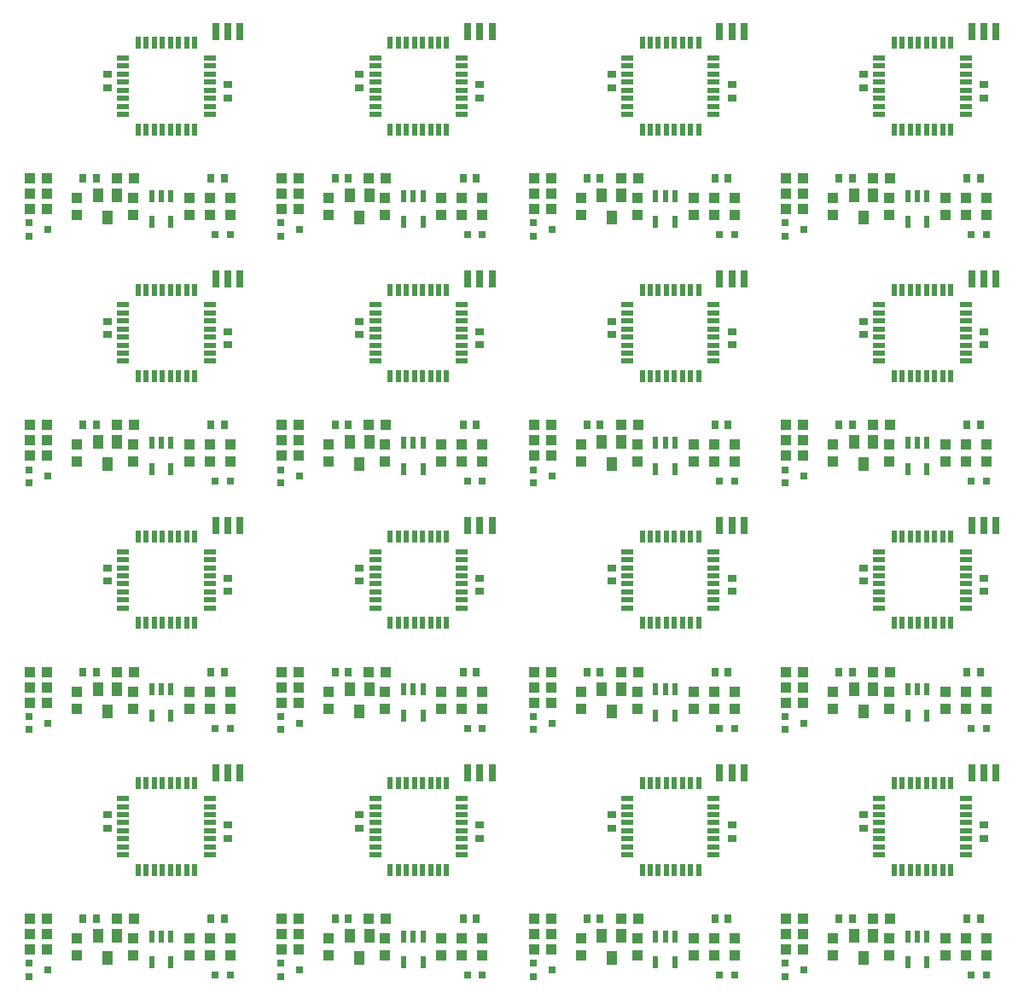
<source format=gtp>
G75*
%MOIN*%
%OFA0B0*%
%FSLAX25Y25*%
%IPPOS*%
%LPD*%
%AMOC8*
5,1,8,0,0,1.08239X$1,22.5*
%
%ADD10R,0.02756X0.03543*%
%ADD11R,0.04331X0.03937*%
%ADD12R,0.03543X0.02756*%
%ADD13R,0.02756X0.06693*%
%ADD14R,0.05000X0.02200*%
%ADD15R,0.02200X0.05000*%
%ADD16R,0.02756X0.02756*%
%ADD17R,0.03937X0.05512*%
%ADD18R,0.02165X0.04724*%
%ADD19R,0.03937X0.04331*%
%ADD20R,0.03150X0.03150*%
D10*
X0030378Y0030969D03*
X0035496Y0030969D03*
X0080378Y0030969D03*
X0085496Y0030969D03*
X0128803Y0030969D03*
X0133921Y0030969D03*
X0178803Y0030969D03*
X0183921Y0030969D03*
X0227228Y0030969D03*
X0232346Y0030969D03*
X0277228Y0030969D03*
X0282346Y0030969D03*
X0325654Y0030969D03*
X0330772Y0030969D03*
X0375654Y0030969D03*
X0380772Y0030969D03*
X0380772Y0127425D03*
X0375654Y0127425D03*
X0330772Y0127425D03*
X0325654Y0127425D03*
X0282346Y0127425D03*
X0277228Y0127425D03*
X0232346Y0127425D03*
X0227228Y0127425D03*
X0183921Y0127425D03*
X0178803Y0127425D03*
X0133921Y0127425D03*
X0128803Y0127425D03*
X0085496Y0127425D03*
X0080378Y0127425D03*
X0035496Y0127425D03*
X0030378Y0127425D03*
X0030378Y0223882D03*
X0035496Y0223882D03*
X0080378Y0223882D03*
X0085496Y0223882D03*
X0128803Y0223882D03*
X0133921Y0223882D03*
X0178803Y0223882D03*
X0183921Y0223882D03*
X0227228Y0223882D03*
X0232346Y0223882D03*
X0277228Y0223882D03*
X0282346Y0223882D03*
X0325654Y0223882D03*
X0330772Y0223882D03*
X0375654Y0223882D03*
X0380772Y0223882D03*
X0380772Y0320339D03*
X0375654Y0320339D03*
X0330772Y0320339D03*
X0325654Y0320339D03*
X0282346Y0320339D03*
X0277228Y0320339D03*
X0232346Y0320339D03*
X0227228Y0320339D03*
X0183921Y0320339D03*
X0178803Y0320339D03*
X0133921Y0320339D03*
X0128803Y0320339D03*
X0085496Y0320339D03*
X0080378Y0320339D03*
X0035496Y0320339D03*
X0030378Y0320339D03*
D11*
X0043591Y0320339D03*
X0050283Y0320339D03*
X0016283Y0320339D03*
X0016283Y0314339D03*
X0016283Y0308339D03*
X0009591Y0308339D03*
X0009591Y0314339D03*
X0009591Y0320339D03*
X0009591Y0223882D03*
X0009591Y0217882D03*
X0009591Y0211882D03*
X0016283Y0211882D03*
X0016283Y0217882D03*
X0016283Y0223882D03*
X0043591Y0223882D03*
X0050283Y0223882D03*
X0108016Y0223882D03*
X0108016Y0217882D03*
X0114709Y0217882D03*
X0114709Y0223882D03*
X0114709Y0211882D03*
X0108016Y0211882D03*
X0142016Y0223882D03*
X0148709Y0223882D03*
X0206441Y0223882D03*
X0206441Y0217882D03*
X0206441Y0211882D03*
X0213134Y0211882D03*
X0213134Y0217882D03*
X0213134Y0223882D03*
X0240441Y0223882D03*
X0247134Y0223882D03*
X0304866Y0223882D03*
X0304866Y0217882D03*
X0311559Y0217882D03*
X0311559Y0223882D03*
X0311559Y0211882D03*
X0304866Y0211882D03*
X0338866Y0223882D03*
X0345559Y0223882D03*
X0311559Y0308339D03*
X0311559Y0314339D03*
X0304866Y0314339D03*
X0304866Y0308339D03*
X0304866Y0320339D03*
X0311559Y0320339D03*
X0338866Y0320339D03*
X0345559Y0320339D03*
X0247134Y0320339D03*
X0240441Y0320339D03*
X0213134Y0320339D03*
X0213134Y0314339D03*
X0213134Y0308339D03*
X0206441Y0308339D03*
X0206441Y0314339D03*
X0206441Y0320339D03*
X0148709Y0320339D03*
X0142016Y0320339D03*
X0114709Y0320339D03*
X0108016Y0320339D03*
X0108016Y0314339D03*
X0108016Y0308339D03*
X0114709Y0308339D03*
X0114709Y0314339D03*
X0114709Y0127425D03*
X0114709Y0121425D03*
X0108016Y0121425D03*
X0108016Y0127425D03*
X0108016Y0115425D03*
X0114709Y0115425D03*
X0142016Y0127425D03*
X0148709Y0127425D03*
X0206441Y0127425D03*
X0206441Y0121425D03*
X0206441Y0115425D03*
X0213134Y0115425D03*
X0213134Y0121425D03*
X0213134Y0127425D03*
X0240441Y0127425D03*
X0247134Y0127425D03*
X0304866Y0127425D03*
X0304866Y0121425D03*
X0311559Y0121425D03*
X0311559Y0127425D03*
X0311559Y0115425D03*
X0304866Y0115425D03*
X0338866Y0127425D03*
X0345559Y0127425D03*
X0345559Y0030969D03*
X0338866Y0030969D03*
X0311559Y0030969D03*
X0311559Y0024969D03*
X0304866Y0024969D03*
X0304866Y0030969D03*
X0304866Y0018969D03*
X0311559Y0018969D03*
X0247134Y0030969D03*
X0240441Y0030969D03*
X0213134Y0030969D03*
X0213134Y0024969D03*
X0213134Y0018969D03*
X0206441Y0018969D03*
X0206441Y0024969D03*
X0206441Y0030969D03*
X0148709Y0030969D03*
X0142016Y0030969D03*
X0114709Y0030969D03*
X0114709Y0024969D03*
X0108016Y0024969D03*
X0108016Y0030969D03*
X0108016Y0018969D03*
X0114709Y0018969D03*
X0050283Y0030969D03*
X0043591Y0030969D03*
X0016283Y0030969D03*
X0016283Y0024969D03*
X0016283Y0018969D03*
X0009591Y0018969D03*
X0009591Y0024969D03*
X0009591Y0030969D03*
X0009591Y0115425D03*
X0009591Y0121425D03*
X0009591Y0127425D03*
X0016283Y0127425D03*
X0016283Y0121425D03*
X0016283Y0115425D03*
X0043591Y0127425D03*
X0050283Y0127425D03*
D12*
X0039937Y0162866D03*
X0039937Y0167984D03*
X0086937Y0163984D03*
X0086937Y0158866D03*
X0138362Y0162866D03*
X0138362Y0167984D03*
X0185362Y0163984D03*
X0185362Y0158866D03*
X0236787Y0162866D03*
X0236787Y0167984D03*
X0283787Y0163984D03*
X0283787Y0158866D03*
X0335213Y0162866D03*
X0335213Y0167984D03*
X0382213Y0163984D03*
X0382213Y0158866D03*
X0335213Y0071528D03*
X0335213Y0066409D03*
X0382213Y0067528D03*
X0382213Y0062409D03*
X0283787Y0062409D03*
X0283787Y0067528D03*
X0236787Y0066409D03*
X0236787Y0071528D03*
X0185362Y0067528D03*
X0185362Y0062409D03*
X0138362Y0066409D03*
X0138362Y0071528D03*
X0086937Y0067528D03*
X0086937Y0062409D03*
X0039937Y0066409D03*
X0039937Y0071528D03*
X0086937Y0255323D03*
X0086937Y0260441D03*
X0039937Y0259323D03*
X0039937Y0264441D03*
X0086937Y0351780D03*
X0086937Y0356898D03*
X0039937Y0355780D03*
X0039937Y0360898D03*
X0138362Y0360898D03*
X0138362Y0355780D03*
X0185362Y0356898D03*
X0185362Y0351780D03*
X0236787Y0355780D03*
X0236787Y0360898D03*
X0283787Y0356898D03*
X0283787Y0351780D03*
X0335213Y0355780D03*
X0335213Y0360898D03*
X0382213Y0356898D03*
X0382213Y0351780D03*
X0335213Y0264441D03*
X0335213Y0259323D03*
X0382213Y0260441D03*
X0382213Y0255323D03*
X0283787Y0255323D03*
X0283787Y0260441D03*
X0236787Y0259323D03*
X0236787Y0264441D03*
X0185362Y0260441D03*
X0185362Y0255323D03*
X0138362Y0259323D03*
X0138362Y0264441D03*
D13*
X0180638Y0281082D03*
X0185362Y0281082D03*
X0190087Y0281082D03*
X0279063Y0281082D03*
X0283787Y0281082D03*
X0288512Y0281082D03*
X0377488Y0281082D03*
X0382213Y0281082D03*
X0386937Y0281082D03*
X0386937Y0377539D03*
X0382213Y0377539D03*
X0377488Y0377539D03*
X0288512Y0377539D03*
X0283787Y0377539D03*
X0279063Y0377539D03*
X0190087Y0377539D03*
X0185362Y0377539D03*
X0180638Y0377539D03*
X0091661Y0377539D03*
X0086937Y0377539D03*
X0082213Y0377539D03*
X0082213Y0281082D03*
X0086937Y0281082D03*
X0091661Y0281082D03*
X0091661Y0184625D03*
X0086937Y0184625D03*
X0082213Y0184625D03*
X0082213Y0088169D03*
X0086937Y0088169D03*
X0091661Y0088169D03*
X0180638Y0088169D03*
X0185362Y0088169D03*
X0190087Y0088169D03*
X0279063Y0088169D03*
X0283787Y0088169D03*
X0288512Y0088169D03*
X0377488Y0088169D03*
X0382213Y0088169D03*
X0386937Y0088169D03*
X0386937Y0184625D03*
X0382213Y0184625D03*
X0377488Y0184625D03*
X0288512Y0184625D03*
X0283787Y0184625D03*
X0279063Y0184625D03*
X0190087Y0184625D03*
X0185362Y0184625D03*
X0180638Y0184625D03*
D14*
X0178262Y0174449D03*
X0178262Y0171299D03*
X0178262Y0168150D03*
X0178262Y0165000D03*
X0178262Y0161850D03*
X0178262Y0158701D03*
X0178262Y0155551D03*
X0178262Y0152402D03*
X0144462Y0152402D03*
X0144462Y0155551D03*
X0144462Y0158701D03*
X0144462Y0161850D03*
X0144462Y0165000D03*
X0144462Y0168150D03*
X0144462Y0171299D03*
X0144462Y0174449D03*
X0079837Y0174449D03*
X0079837Y0171299D03*
X0079837Y0168150D03*
X0079837Y0165000D03*
X0079837Y0161850D03*
X0079837Y0158701D03*
X0079837Y0155551D03*
X0079837Y0152402D03*
X0046037Y0152402D03*
X0046037Y0155551D03*
X0046037Y0158701D03*
X0046037Y0161850D03*
X0046037Y0165000D03*
X0046037Y0168150D03*
X0046037Y0171299D03*
X0046037Y0174449D03*
X0046037Y0248858D03*
X0046037Y0252008D03*
X0046037Y0255157D03*
X0046037Y0258307D03*
X0046037Y0261457D03*
X0046037Y0264606D03*
X0046037Y0267756D03*
X0046037Y0270906D03*
X0079837Y0270906D03*
X0079837Y0267756D03*
X0079837Y0264606D03*
X0079837Y0261457D03*
X0079837Y0258307D03*
X0079837Y0255157D03*
X0079837Y0252008D03*
X0079837Y0248858D03*
X0144462Y0248858D03*
X0144462Y0252008D03*
X0144462Y0255157D03*
X0144462Y0258307D03*
X0144462Y0261457D03*
X0144462Y0264606D03*
X0144462Y0267756D03*
X0144462Y0270906D03*
X0178262Y0270906D03*
X0178262Y0267756D03*
X0178262Y0264606D03*
X0178262Y0261457D03*
X0178262Y0258307D03*
X0178262Y0255157D03*
X0178262Y0252008D03*
X0178262Y0248858D03*
X0242887Y0248858D03*
X0242887Y0252008D03*
X0242887Y0255157D03*
X0242887Y0258307D03*
X0242887Y0261457D03*
X0242887Y0264606D03*
X0242887Y0267756D03*
X0242887Y0270906D03*
X0276687Y0270906D03*
X0276687Y0267756D03*
X0276687Y0264606D03*
X0276687Y0261457D03*
X0276687Y0258307D03*
X0276687Y0255157D03*
X0276687Y0252008D03*
X0276687Y0248858D03*
X0341313Y0248858D03*
X0341313Y0252008D03*
X0341313Y0255157D03*
X0341313Y0258307D03*
X0341313Y0261457D03*
X0341313Y0264606D03*
X0341313Y0267756D03*
X0341313Y0270906D03*
X0375113Y0270906D03*
X0375113Y0267756D03*
X0375113Y0264606D03*
X0375113Y0261457D03*
X0375113Y0258307D03*
X0375113Y0255157D03*
X0375113Y0252008D03*
X0375113Y0248858D03*
X0375113Y0174449D03*
X0375113Y0171299D03*
X0375113Y0168150D03*
X0375113Y0165000D03*
X0375113Y0161850D03*
X0375113Y0158701D03*
X0375113Y0155551D03*
X0375113Y0152402D03*
X0341313Y0152402D03*
X0341313Y0155551D03*
X0341313Y0158701D03*
X0341313Y0161850D03*
X0341313Y0165000D03*
X0341313Y0168150D03*
X0341313Y0171299D03*
X0341313Y0174449D03*
X0276687Y0174449D03*
X0276687Y0171299D03*
X0276687Y0168150D03*
X0276687Y0165000D03*
X0276687Y0161850D03*
X0276687Y0158701D03*
X0276687Y0155551D03*
X0276687Y0152402D03*
X0242887Y0152402D03*
X0242887Y0155551D03*
X0242887Y0158701D03*
X0242887Y0161850D03*
X0242887Y0165000D03*
X0242887Y0168150D03*
X0242887Y0171299D03*
X0242887Y0174449D03*
X0242887Y0077992D03*
X0242887Y0074843D03*
X0242887Y0071693D03*
X0242887Y0068543D03*
X0242887Y0065394D03*
X0242887Y0062244D03*
X0242887Y0059094D03*
X0242887Y0055945D03*
X0276687Y0055945D03*
X0276687Y0059094D03*
X0276687Y0062244D03*
X0276687Y0065394D03*
X0276687Y0068543D03*
X0276687Y0071693D03*
X0276687Y0074843D03*
X0276687Y0077992D03*
X0341313Y0077992D03*
X0341313Y0074843D03*
X0341313Y0071693D03*
X0341313Y0068543D03*
X0341313Y0065394D03*
X0341313Y0062244D03*
X0341313Y0059094D03*
X0341313Y0055945D03*
X0375113Y0055945D03*
X0375113Y0059094D03*
X0375113Y0062244D03*
X0375113Y0065394D03*
X0375113Y0068543D03*
X0375113Y0071693D03*
X0375113Y0074843D03*
X0375113Y0077992D03*
X0178262Y0077992D03*
X0178262Y0074843D03*
X0178262Y0071693D03*
X0178262Y0068543D03*
X0178262Y0065394D03*
X0178262Y0062244D03*
X0178262Y0059094D03*
X0178262Y0055945D03*
X0144462Y0055945D03*
X0144462Y0059094D03*
X0144462Y0062244D03*
X0144462Y0065394D03*
X0144462Y0068543D03*
X0144462Y0071693D03*
X0144462Y0074843D03*
X0144462Y0077992D03*
X0079837Y0077992D03*
X0079837Y0074843D03*
X0079837Y0071693D03*
X0079837Y0068543D03*
X0079837Y0065394D03*
X0079837Y0062244D03*
X0079837Y0059094D03*
X0079837Y0055945D03*
X0046037Y0055945D03*
X0046037Y0059094D03*
X0046037Y0062244D03*
X0046037Y0065394D03*
X0046037Y0068543D03*
X0046037Y0071693D03*
X0046037Y0074843D03*
X0046037Y0077992D03*
X0046037Y0345315D03*
X0046037Y0348465D03*
X0046037Y0351614D03*
X0046037Y0354764D03*
X0046037Y0357913D03*
X0046037Y0361063D03*
X0046037Y0364213D03*
X0046037Y0367362D03*
X0079837Y0367362D03*
X0079837Y0364213D03*
X0079837Y0361063D03*
X0079837Y0357913D03*
X0079837Y0354764D03*
X0079837Y0351614D03*
X0079837Y0348465D03*
X0079837Y0345315D03*
X0144462Y0345315D03*
X0144462Y0348465D03*
X0144462Y0351614D03*
X0144462Y0354764D03*
X0144462Y0357913D03*
X0144462Y0361063D03*
X0144462Y0364213D03*
X0144462Y0367362D03*
X0178262Y0367362D03*
X0178262Y0364213D03*
X0178262Y0361063D03*
X0178262Y0357913D03*
X0178262Y0354764D03*
X0178262Y0351614D03*
X0178262Y0348465D03*
X0178262Y0345315D03*
X0242887Y0345315D03*
X0242887Y0348465D03*
X0242887Y0351614D03*
X0242887Y0354764D03*
X0242887Y0357913D03*
X0242887Y0361063D03*
X0242887Y0364213D03*
X0242887Y0367362D03*
X0276687Y0367362D03*
X0276687Y0364213D03*
X0276687Y0361063D03*
X0276687Y0357913D03*
X0276687Y0354764D03*
X0276687Y0351614D03*
X0276687Y0348465D03*
X0276687Y0345315D03*
X0341313Y0345315D03*
X0341313Y0348465D03*
X0341313Y0351614D03*
X0341313Y0354764D03*
X0341313Y0357913D03*
X0341313Y0361063D03*
X0341313Y0364213D03*
X0341313Y0367362D03*
X0375113Y0367362D03*
X0375113Y0364213D03*
X0375113Y0361063D03*
X0375113Y0357913D03*
X0375113Y0354764D03*
X0375113Y0351614D03*
X0375113Y0348465D03*
X0375113Y0345315D03*
D15*
X0369236Y0339439D03*
X0366087Y0339439D03*
X0362937Y0339439D03*
X0359787Y0339439D03*
X0356638Y0339439D03*
X0353488Y0339439D03*
X0350339Y0339439D03*
X0347189Y0339439D03*
X0347189Y0373239D03*
X0350339Y0373239D03*
X0353488Y0373239D03*
X0356638Y0373239D03*
X0359787Y0373239D03*
X0362937Y0373239D03*
X0366087Y0373239D03*
X0369236Y0373239D03*
X0369236Y0276782D03*
X0366087Y0276782D03*
X0362937Y0276782D03*
X0359787Y0276782D03*
X0356638Y0276782D03*
X0353488Y0276782D03*
X0350339Y0276782D03*
X0347189Y0276782D03*
X0347189Y0242982D03*
X0350339Y0242982D03*
X0353488Y0242982D03*
X0356638Y0242982D03*
X0359787Y0242982D03*
X0362937Y0242982D03*
X0366087Y0242982D03*
X0369236Y0242982D03*
X0369236Y0180325D03*
X0366087Y0180325D03*
X0362937Y0180325D03*
X0359787Y0180325D03*
X0356638Y0180325D03*
X0353488Y0180325D03*
X0350339Y0180325D03*
X0347189Y0180325D03*
X0347189Y0146525D03*
X0350339Y0146525D03*
X0353488Y0146525D03*
X0356638Y0146525D03*
X0359787Y0146525D03*
X0362937Y0146525D03*
X0366087Y0146525D03*
X0369236Y0146525D03*
X0369236Y0083869D03*
X0366087Y0083869D03*
X0362937Y0083869D03*
X0359787Y0083869D03*
X0356638Y0083869D03*
X0353488Y0083869D03*
X0350339Y0083869D03*
X0347189Y0083869D03*
X0347189Y0050069D03*
X0350339Y0050069D03*
X0353488Y0050069D03*
X0356638Y0050069D03*
X0359787Y0050069D03*
X0362937Y0050069D03*
X0366087Y0050069D03*
X0369236Y0050069D03*
X0270811Y0050069D03*
X0267661Y0050069D03*
X0264512Y0050069D03*
X0261362Y0050069D03*
X0258213Y0050069D03*
X0255063Y0050069D03*
X0251913Y0050069D03*
X0248764Y0050069D03*
X0248764Y0083869D03*
X0251913Y0083869D03*
X0255063Y0083869D03*
X0258213Y0083869D03*
X0261362Y0083869D03*
X0264512Y0083869D03*
X0267661Y0083869D03*
X0270811Y0083869D03*
X0270811Y0146525D03*
X0267661Y0146525D03*
X0264512Y0146525D03*
X0261362Y0146525D03*
X0258213Y0146525D03*
X0255063Y0146525D03*
X0251913Y0146525D03*
X0248764Y0146525D03*
X0248764Y0180325D03*
X0251913Y0180325D03*
X0255063Y0180325D03*
X0258213Y0180325D03*
X0261362Y0180325D03*
X0264512Y0180325D03*
X0267661Y0180325D03*
X0270811Y0180325D03*
X0270811Y0242982D03*
X0267661Y0242982D03*
X0264512Y0242982D03*
X0261362Y0242982D03*
X0258213Y0242982D03*
X0255063Y0242982D03*
X0251913Y0242982D03*
X0248764Y0242982D03*
X0248764Y0276782D03*
X0251913Y0276782D03*
X0255063Y0276782D03*
X0258213Y0276782D03*
X0261362Y0276782D03*
X0264512Y0276782D03*
X0267661Y0276782D03*
X0270811Y0276782D03*
X0270811Y0339439D03*
X0267661Y0339439D03*
X0264512Y0339439D03*
X0261362Y0339439D03*
X0258213Y0339439D03*
X0255063Y0339439D03*
X0251913Y0339439D03*
X0248764Y0339439D03*
X0248764Y0373239D03*
X0251913Y0373239D03*
X0255063Y0373239D03*
X0258213Y0373239D03*
X0261362Y0373239D03*
X0264512Y0373239D03*
X0267661Y0373239D03*
X0270811Y0373239D03*
X0172386Y0373239D03*
X0169236Y0373239D03*
X0166087Y0373239D03*
X0162937Y0373239D03*
X0159787Y0373239D03*
X0156638Y0373239D03*
X0153488Y0373239D03*
X0150339Y0373239D03*
X0150339Y0339439D03*
X0153488Y0339439D03*
X0156638Y0339439D03*
X0159787Y0339439D03*
X0162937Y0339439D03*
X0166087Y0339439D03*
X0169236Y0339439D03*
X0172386Y0339439D03*
X0172386Y0276782D03*
X0169236Y0276782D03*
X0166087Y0276782D03*
X0162937Y0276782D03*
X0159787Y0276782D03*
X0156638Y0276782D03*
X0153488Y0276782D03*
X0150339Y0276782D03*
X0150339Y0242982D03*
X0153488Y0242982D03*
X0156638Y0242982D03*
X0159787Y0242982D03*
X0162937Y0242982D03*
X0166087Y0242982D03*
X0169236Y0242982D03*
X0172386Y0242982D03*
X0172386Y0180325D03*
X0169236Y0180325D03*
X0166087Y0180325D03*
X0162937Y0180325D03*
X0159787Y0180325D03*
X0156638Y0180325D03*
X0153488Y0180325D03*
X0150339Y0180325D03*
X0150339Y0146525D03*
X0153488Y0146525D03*
X0156638Y0146525D03*
X0159787Y0146525D03*
X0162937Y0146525D03*
X0166087Y0146525D03*
X0169236Y0146525D03*
X0172386Y0146525D03*
X0172386Y0083869D03*
X0169236Y0083869D03*
X0166087Y0083869D03*
X0162937Y0083869D03*
X0159787Y0083869D03*
X0156638Y0083869D03*
X0153488Y0083869D03*
X0150339Y0083869D03*
X0150339Y0050069D03*
X0153488Y0050069D03*
X0156638Y0050069D03*
X0159787Y0050069D03*
X0162937Y0050069D03*
X0166087Y0050069D03*
X0169236Y0050069D03*
X0172386Y0050069D03*
X0073961Y0050069D03*
X0070811Y0050069D03*
X0067661Y0050069D03*
X0064512Y0050069D03*
X0061362Y0050069D03*
X0058213Y0050069D03*
X0055063Y0050069D03*
X0051913Y0050069D03*
X0051913Y0083869D03*
X0055063Y0083869D03*
X0058213Y0083869D03*
X0061362Y0083869D03*
X0064512Y0083869D03*
X0067661Y0083869D03*
X0070811Y0083869D03*
X0073961Y0083869D03*
X0073961Y0146525D03*
X0070811Y0146525D03*
X0067661Y0146525D03*
X0064512Y0146525D03*
X0061362Y0146525D03*
X0058213Y0146525D03*
X0055063Y0146525D03*
X0051913Y0146525D03*
X0051913Y0180325D03*
X0055063Y0180325D03*
X0058213Y0180325D03*
X0061362Y0180325D03*
X0064512Y0180325D03*
X0067661Y0180325D03*
X0070811Y0180325D03*
X0073961Y0180325D03*
X0073961Y0242982D03*
X0070811Y0242982D03*
X0067661Y0242982D03*
X0064512Y0242982D03*
X0061362Y0242982D03*
X0058213Y0242982D03*
X0055063Y0242982D03*
X0051913Y0242982D03*
X0051913Y0276782D03*
X0055063Y0276782D03*
X0058213Y0276782D03*
X0061362Y0276782D03*
X0064512Y0276782D03*
X0067661Y0276782D03*
X0070811Y0276782D03*
X0073961Y0276782D03*
X0073961Y0339439D03*
X0070811Y0339439D03*
X0067661Y0339439D03*
X0064512Y0339439D03*
X0061362Y0339439D03*
X0058213Y0339439D03*
X0055063Y0339439D03*
X0051913Y0339439D03*
X0051913Y0373239D03*
X0055063Y0373239D03*
X0058213Y0373239D03*
X0061362Y0373239D03*
X0064512Y0373239D03*
X0067661Y0373239D03*
X0070811Y0373239D03*
X0073961Y0373239D03*
D16*
X0009295Y0008409D03*
X0009295Y0013528D03*
X0016579Y0010969D03*
X0107720Y0013528D03*
X0107720Y0008409D03*
X0115004Y0010969D03*
X0206146Y0013528D03*
X0206146Y0008409D03*
X0213429Y0010969D03*
X0304571Y0013528D03*
X0304571Y0008409D03*
X0311854Y0010969D03*
X0304571Y0104866D03*
X0304571Y0109984D03*
X0311854Y0107425D03*
X0304571Y0201323D03*
X0304571Y0206441D03*
X0311854Y0203882D03*
X0304571Y0297780D03*
X0304571Y0302898D03*
X0311854Y0300339D03*
X0213429Y0300339D03*
X0206146Y0302898D03*
X0206146Y0297780D03*
X0115004Y0300339D03*
X0107720Y0302898D03*
X0107720Y0297780D03*
X0016579Y0300339D03*
X0009295Y0302898D03*
X0009295Y0297780D03*
X0009295Y0206441D03*
X0009295Y0201323D03*
X0016579Y0203882D03*
X0107720Y0201323D03*
X0107720Y0206441D03*
X0115004Y0203882D03*
X0206146Y0201323D03*
X0206146Y0206441D03*
X0213429Y0203882D03*
X0206146Y0109984D03*
X0206146Y0104866D03*
X0213429Y0107425D03*
X0115004Y0107425D03*
X0107720Y0104866D03*
X0107720Y0109984D03*
X0016579Y0107425D03*
X0009295Y0104866D03*
X0009295Y0109984D03*
D17*
X0036197Y0120756D03*
X0043677Y0120756D03*
X0039937Y0112094D03*
X0036197Y0024299D03*
X0043677Y0024299D03*
X0039937Y0015638D03*
X0134622Y0024299D03*
X0142102Y0024299D03*
X0138362Y0015638D03*
X0233047Y0024299D03*
X0240528Y0024299D03*
X0236787Y0015638D03*
X0331472Y0024299D03*
X0338953Y0024299D03*
X0335213Y0015638D03*
X0335213Y0112094D03*
X0338953Y0120756D03*
X0331472Y0120756D03*
X0335213Y0208551D03*
X0338953Y0217213D03*
X0331472Y0217213D03*
X0335213Y0305008D03*
X0338953Y0313669D03*
X0331472Y0313669D03*
X0240528Y0313669D03*
X0233047Y0313669D03*
X0236787Y0305008D03*
X0233047Y0217213D03*
X0240528Y0217213D03*
X0236787Y0208551D03*
X0233047Y0120756D03*
X0240528Y0120756D03*
X0236787Y0112094D03*
X0142102Y0120756D03*
X0134622Y0120756D03*
X0138362Y0112094D03*
X0138362Y0208551D03*
X0134622Y0217213D03*
X0142102Y0217213D03*
X0138362Y0305008D03*
X0134622Y0313669D03*
X0142102Y0313669D03*
X0043677Y0313669D03*
X0036197Y0313669D03*
X0039937Y0305008D03*
X0036197Y0217213D03*
X0043677Y0217213D03*
X0039937Y0208551D03*
D18*
X0057197Y0206763D03*
X0064677Y0206763D03*
X0064677Y0217000D03*
X0060937Y0217000D03*
X0057197Y0217000D03*
X0057197Y0303220D03*
X0064677Y0303220D03*
X0064677Y0313457D03*
X0060937Y0313457D03*
X0057197Y0313457D03*
X0155622Y0313457D03*
X0159362Y0313457D03*
X0163102Y0313457D03*
X0163102Y0303220D03*
X0155622Y0303220D03*
X0155622Y0217000D03*
X0159362Y0217000D03*
X0163102Y0217000D03*
X0163102Y0206763D03*
X0155622Y0206763D03*
X0155622Y0120544D03*
X0159362Y0120544D03*
X0163102Y0120544D03*
X0163102Y0110307D03*
X0155622Y0110307D03*
X0155622Y0024087D03*
X0159362Y0024087D03*
X0163102Y0024087D03*
X0163102Y0013850D03*
X0155622Y0013850D03*
X0064677Y0013850D03*
X0057197Y0013850D03*
X0057197Y0024087D03*
X0060937Y0024087D03*
X0064677Y0024087D03*
X0064677Y0110307D03*
X0057197Y0110307D03*
X0057197Y0120544D03*
X0060937Y0120544D03*
X0064677Y0120544D03*
X0254047Y0120544D03*
X0257787Y0120544D03*
X0261528Y0120544D03*
X0261528Y0110307D03*
X0254047Y0110307D03*
X0254047Y0024087D03*
X0257787Y0024087D03*
X0261528Y0024087D03*
X0261528Y0013850D03*
X0254047Y0013850D03*
X0352472Y0013850D03*
X0359953Y0013850D03*
X0359953Y0024087D03*
X0356213Y0024087D03*
X0352472Y0024087D03*
X0352472Y0110307D03*
X0359953Y0110307D03*
X0359953Y0120544D03*
X0356213Y0120544D03*
X0352472Y0120544D03*
X0352472Y0206763D03*
X0359953Y0206763D03*
X0359953Y0217000D03*
X0356213Y0217000D03*
X0352472Y0217000D03*
X0352472Y0303220D03*
X0359953Y0303220D03*
X0359953Y0313457D03*
X0356213Y0313457D03*
X0352472Y0313457D03*
X0261528Y0313457D03*
X0257787Y0313457D03*
X0254047Y0313457D03*
X0254047Y0303220D03*
X0261528Y0303220D03*
X0261528Y0217000D03*
X0257787Y0217000D03*
X0254047Y0217000D03*
X0254047Y0206763D03*
X0261528Y0206763D03*
D19*
X0268787Y0209535D03*
X0268787Y0216228D03*
X0276787Y0216228D03*
X0276787Y0209535D03*
X0284787Y0209535D03*
X0284787Y0216228D03*
X0323213Y0216228D03*
X0323213Y0209535D03*
X0345213Y0209535D03*
X0345213Y0216228D03*
X0367213Y0216228D03*
X0367213Y0209535D03*
X0375213Y0209535D03*
X0375213Y0216228D03*
X0383213Y0216228D03*
X0383213Y0209535D03*
X0383213Y0119772D03*
X0383213Y0113079D03*
X0375213Y0113079D03*
X0375213Y0119772D03*
X0367213Y0119772D03*
X0367213Y0113079D03*
X0345213Y0113079D03*
X0345213Y0119772D03*
X0323213Y0119772D03*
X0323213Y0113079D03*
X0284787Y0113079D03*
X0284787Y0119772D03*
X0276787Y0119772D03*
X0276787Y0113079D03*
X0268787Y0113079D03*
X0268787Y0119772D03*
X0246787Y0119772D03*
X0246787Y0113079D03*
X0224787Y0113079D03*
X0224787Y0119772D03*
X0186362Y0119772D03*
X0186362Y0113079D03*
X0178362Y0113079D03*
X0178362Y0119772D03*
X0170362Y0119772D03*
X0170362Y0113079D03*
X0148362Y0113079D03*
X0148362Y0119772D03*
X0126362Y0119772D03*
X0126362Y0113079D03*
X0087937Y0113079D03*
X0087937Y0119772D03*
X0079937Y0119772D03*
X0079937Y0113079D03*
X0071937Y0113079D03*
X0071937Y0119772D03*
X0049937Y0119772D03*
X0049937Y0113079D03*
X0027937Y0113079D03*
X0027937Y0119772D03*
X0027937Y0209535D03*
X0027937Y0216228D03*
X0049937Y0216228D03*
X0049937Y0209535D03*
X0071937Y0209535D03*
X0071937Y0216228D03*
X0079937Y0216228D03*
X0079937Y0209535D03*
X0087937Y0209535D03*
X0087937Y0216228D03*
X0126362Y0216228D03*
X0126362Y0209535D03*
X0148362Y0209535D03*
X0148362Y0216228D03*
X0170362Y0216228D03*
X0170362Y0209535D03*
X0178362Y0209535D03*
X0178362Y0216228D03*
X0186362Y0216228D03*
X0186362Y0209535D03*
X0224787Y0209535D03*
X0224787Y0216228D03*
X0246787Y0216228D03*
X0246787Y0209535D03*
X0246787Y0305992D03*
X0246787Y0312685D03*
X0224787Y0312685D03*
X0224787Y0305992D03*
X0186362Y0305992D03*
X0186362Y0312685D03*
X0178362Y0312685D03*
X0178362Y0305992D03*
X0170362Y0305992D03*
X0170362Y0312685D03*
X0148362Y0312685D03*
X0148362Y0305992D03*
X0126362Y0305992D03*
X0126362Y0312685D03*
X0087937Y0312685D03*
X0087937Y0305992D03*
X0079937Y0305992D03*
X0079937Y0312685D03*
X0071937Y0312685D03*
X0071937Y0305992D03*
X0049937Y0305992D03*
X0049937Y0312685D03*
X0027937Y0312685D03*
X0027937Y0305992D03*
X0268787Y0305992D03*
X0268787Y0312685D03*
X0276787Y0312685D03*
X0276787Y0305992D03*
X0284787Y0305992D03*
X0284787Y0312685D03*
X0323213Y0312685D03*
X0323213Y0305992D03*
X0345213Y0305992D03*
X0345213Y0312685D03*
X0367213Y0312685D03*
X0367213Y0305992D03*
X0375213Y0305992D03*
X0375213Y0312685D03*
X0383213Y0312685D03*
X0383213Y0305992D03*
X0383213Y0023315D03*
X0383213Y0016622D03*
X0375213Y0016622D03*
X0375213Y0023315D03*
X0367213Y0023315D03*
X0367213Y0016622D03*
X0345213Y0016622D03*
X0345213Y0023315D03*
X0323213Y0023315D03*
X0323213Y0016622D03*
X0284787Y0016622D03*
X0284787Y0023315D03*
X0276787Y0023315D03*
X0276787Y0016622D03*
X0268787Y0016622D03*
X0268787Y0023315D03*
X0246787Y0023315D03*
X0246787Y0016622D03*
X0224787Y0016622D03*
X0224787Y0023315D03*
X0186362Y0023315D03*
X0186362Y0016622D03*
X0178362Y0016622D03*
X0178362Y0023315D03*
X0170362Y0023315D03*
X0170362Y0016622D03*
X0148362Y0016622D03*
X0148362Y0023315D03*
X0126362Y0023315D03*
X0126362Y0016622D03*
X0087937Y0016622D03*
X0087937Y0023315D03*
X0079937Y0023315D03*
X0079937Y0016622D03*
X0071937Y0016622D03*
X0071937Y0023315D03*
X0049937Y0023315D03*
X0049937Y0016622D03*
X0027937Y0016622D03*
X0027937Y0023315D03*
D20*
X0082016Y0008937D03*
X0087921Y0008937D03*
X0180441Y0008937D03*
X0186346Y0008937D03*
X0278866Y0008937D03*
X0284772Y0008937D03*
X0377291Y0008937D03*
X0383197Y0008937D03*
X0383197Y0105394D03*
X0377291Y0105394D03*
X0284772Y0105394D03*
X0278866Y0105394D03*
X0186346Y0105394D03*
X0180441Y0105394D03*
X0087921Y0105394D03*
X0082016Y0105394D03*
X0082016Y0201850D03*
X0087921Y0201850D03*
X0180441Y0201850D03*
X0186346Y0201850D03*
X0278866Y0201850D03*
X0284772Y0201850D03*
X0377291Y0201850D03*
X0383197Y0201850D03*
X0383197Y0298307D03*
X0377291Y0298307D03*
X0284772Y0298307D03*
X0278866Y0298307D03*
X0186346Y0298307D03*
X0180441Y0298307D03*
X0087921Y0298307D03*
X0082016Y0298307D03*
M02*

</source>
